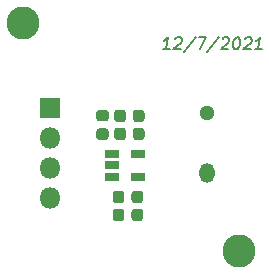
<source format=gbr>
%TF.GenerationSoftware,KiCad,Pcbnew,5.1.6-c6e7f7d~87~ubuntu18.04.1*%
%TF.CreationDate,2021-12-07T16:35:33-08:00*%
%TF.ProjectId,photodiode-amp,70686f74-6f64-4696-9f64-652d616d702e,rev?*%
%TF.SameCoordinates,Original*%
%TF.FileFunction,Soldermask,Top*%
%TF.FilePolarity,Negative*%
%FSLAX46Y46*%
G04 Gerber Fmt 4.6, Leading zero omitted, Abs format (unit mm)*
G04 Created by KiCad (PCBNEW 5.1.6-c6e7f7d~87~ubuntu18.04.1) date 2021-12-07 16:35:33*
%MOMM*%
%LPD*%
G01*
G04 APERTURE LIST*
%ADD10C,0.150000*%
%ADD11O,1.300000X1.300000*%
%ADD12O,1.300000X1.700000*%
%ADD13R,1.160000X0.750000*%
%ADD14C,2.800000*%
%ADD15O,1.800000X1.800000*%
%ADD16R,1.800000X1.800000*%
G04 APERTURE END LIST*
D10*
X155665967Y-89352380D02*
X155094538Y-89352380D01*
X155380252Y-89352380D02*
X155505252Y-88352380D01*
X155392157Y-88495238D01*
X155285014Y-88590476D01*
X155183824Y-88638095D01*
X156160014Y-88447619D02*
X156213586Y-88400000D01*
X156314776Y-88352380D01*
X156552872Y-88352380D01*
X156642157Y-88400000D01*
X156683824Y-88447619D01*
X156719538Y-88542857D01*
X156707633Y-88638095D01*
X156642157Y-88780952D01*
X155999300Y-89352380D01*
X156618348Y-89352380D01*
X157892157Y-88304761D02*
X156874300Y-89590476D01*
X158124300Y-88352380D02*
X158790967Y-88352380D01*
X158237395Y-89352380D01*
X159892157Y-88304761D02*
X158874300Y-89590476D01*
X160160014Y-88447619D02*
X160213586Y-88400000D01*
X160314776Y-88352380D01*
X160552872Y-88352380D01*
X160642157Y-88400000D01*
X160683824Y-88447619D01*
X160719538Y-88542857D01*
X160707633Y-88638095D01*
X160642157Y-88780952D01*
X159999300Y-89352380D01*
X160618348Y-89352380D01*
X161362395Y-88352380D02*
X161457633Y-88352380D01*
X161546919Y-88400000D01*
X161588586Y-88447619D01*
X161624300Y-88542857D01*
X161648110Y-88733333D01*
X161618348Y-88971428D01*
X161546919Y-89161904D01*
X161487395Y-89257142D01*
X161433824Y-89304761D01*
X161332633Y-89352380D01*
X161237395Y-89352380D01*
X161148110Y-89304761D01*
X161106443Y-89257142D01*
X161070729Y-89161904D01*
X161046919Y-88971428D01*
X161076681Y-88733333D01*
X161148110Y-88542857D01*
X161207633Y-88447619D01*
X161261205Y-88400000D01*
X161362395Y-88352380D01*
X162064776Y-88447619D02*
X162118348Y-88400000D01*
X162219538Y-88352380D01*
X162457633Y-88352380D01*
X162546919Y-88400000D01*
X162588586Y-88447619D01*
X162624300Y-88542857D01*
X162612395Y-88638095D01*
X162546919Y-88780952D01*
X161904062Y-89352380D01*
X162523110Y-89352380D01*
X163475491Y-89352380D02*
X162904062Y-89352380D01*
X163189776Y-89352380D02*
X163314776Y-88352380D01*
X163201681Y-88495238D01*
X163094538Y-88590476D01*
X162993348Y-88638095D01*
D11*
%TO.C,D1*%
X158877000Y-94742000D03*
D12*
X158877000Y-99822000D03*
%TD*%
D13*
%TO.C,U1*%
X152992000Y-98237000D03*
X152992000Y-100137000D03*
X150792000Y-100137000D03*
X150792000Y-99187000D03*
X150792000Y-98237000D03*
%TD*%
%TO.C,R1*%
G36*
G01*
X151846000Y-101572750D02*
X151846000Y-102135250D01*
G75*
G02*
X151602250Y-102379000I-243750J0D01*
G01*
X151114750Y-102379000D01*
G75*
G02*
X150871000Y-102135250I0J243750D01*
G01*
X150871000Y-101572750D01*
G75*
G02*
X151114750Y-101329000I243750J0D01*
G01*
X151602250Y-101329000D01*
G75*
G02*
X151846000Y-101572750I0J-243750D01*
G01*
G37*
G36*
G01*
X153421000Y-101572750D02*
X153421000Y-102135250D01*
G75*
G02*
X153177250Y-102379000I-243750J0D01*
G01*
X152689750Y-102379000D01*
G75*
G02*
X152446000Y-102135250I0J243750D01*
G01*
X152446000Y-101572750D01*
G75*
G02*
X152689750Y-101329000I243750J0D01*
G01*
X153177250Y-101329000D01*
G75*
G02*
X153421000Y-101572750I0J-243750D01*
G01*
G37*
%TD*%
%TO.C,R2*%
G36*
G01*
X152573000Y-96801250D02*
X152573000Y-96238750D01*
G75*
G02*
X152816750Y-95995000I243750J0D01*
G01*
X153304250Y-95995000D01*
G75*
G02*
X153548000Y-96238750I0J-243750D01*
G01*
X153548000Y-96801250D01*
G75*
G02*
X153304250Y-97045000I-243750J0D01*
G01*
X152816750Y-97045000D01*
G75*
G02*
X152573000Y-96801250I0J243750D01*
G01*
G37*
G36*
G01*
X150998000Y-96801250D02*
X150998000Y-96238750D01*
G75*
G02*
X151241750Y-95995000I243750J0D01*
G01*
X151729250Y-95995000D01*
G75*
G02*
X151973000Y-96238750I0J-243750D01*
G01*
X151973000Y-96801250D01*
G75*
G02*
X151729250Y-97045000I-243750J0D01*
G01*
X151241750Y-97045000D01*
G75*
G02*
X150998000Y-96801250I0J243750D01*
G01*
G37*
%TD*%
%TO.C,C1*%
G36*
G01*
X151846000Y-103096750D02*
X151846000Y-103659250D01*
G75*
G02*
X151602250Y-103903000I-243750J0D01*
G01*
X151114750Y-103903000D01*
G75*
G02*
X150871000Y-103659250I0J243750D01*
G01*
X150871000Y-103096750D01*
G75*
G02*
X151114750Y-102853000I243750J0D01*
G01*
X151602250Y-102853000D01*
G75*
G02*
X151846000Y-103096750I0J-243750D01*
G01*
G37*
G36*
G01*
X153421000Y-103096750D02*
X153421000Y-103659250D01*
G75*
G02*
X153177250Y-103903000I-243750J0D01*
G01*
X152689750Y-103903000D01*
G75*
G02*
X152446000Y-103659250I0J243750D01*
G01*
X152446000Y-103096750D01*
G75*
G02*
X152689750Y-102853000I243750J0D01*
G01*
X153177250Y-102853000D01*
G75*
G02*
X153421000Y-103096750I0J-243750D01*
G01*
G37*
%TD*%
%TO.C,C2*%
G36*
G01*
X149705750Y-96058000D02*
X150268250Y-96058000D01*
G75*
G02*
X150512000Y-96301750I0J-243750D01*
G01*
X150512000Y-96789250D01*
G75*
G02*
X150268250Y-97033000I-243750J0D01*
G01*
X149705750Y-97033000D01*
G75*
G02*
X149462000Y-96789250I0J243750D01*
G01*
X149462000Y-96301750D01*
G75*
G02*
X149705750Y-96058000I243750J0D01*
G01*
G37*
G36*
G01*
X149705750Y-94483000D02*
X150268250Y-94483000D01*
G75*
G02*
X150512000Y-94726750I0J-243750D01*
G01*
X150512000Y-95214250D01*
G75*
G02*
X150268250Y-95458000I-243750J0D01*
G01*
X149705750Y-95458000D01*
G75*
G02*
X149462000Y-95214250I0J243750D01*
G01*
X149462000Y-94726750D01*
G75*
G02*
X149705750Y-94483000I243750J0D01*
G01*
G37*
%TD*%
D14*
%TO.C,H2*%
X161544000Y-106426000D03*
%TD*%
%TO.C,H1*%
X143256000Y-87122000D03*
%TD*%
%TO.C,R3*%
G36*
G01*
X152573000Y-95277250D02*
X152573000Y-94714750D01*
G75*
G02*
X152816750Y-94471000I243750J0D01*
G01*
X153304250Y-94471000D01*
G75*
G02*
X153548000Y-94714750I0J-243750D01*
G01*
X153548000Y-95277250D01*
G75*
G02*
X153304250Y-95521000I-243750J0D01*
G01*
X152816750Y-95521000D01*
G75*
G02*
X152573000Y-95277250I0J243750D01*
G01*
G37*
G36*
G01*
X150998000Y-95277250D02*
X150998000Y-94714750D01*
G75*
G02*
X151241750Y-94471000I243750J0D01*
G01*
X151729250Y-94471000D01*
G75*
G02*
X151973000Y-94714750I0J-243750D01*
G01*
X151973000Y-95277250D01*
G75*
G02*
X151729250Y-95521000I-243750J0D01*
G01*
X151241750Y-95521000D01*
G75*
G02*
X150998000Y-95277250I0J243750D01*
G01*
G37*
%TD*%
D15*
%TO.C,J2*%
X145542000Y-101981000D03*
X145542000Y-99441000D03*
X145542000Y-96901000D03*
D16*
X145542000Y-94361000D03*
%TD*%
M02*

</source>
